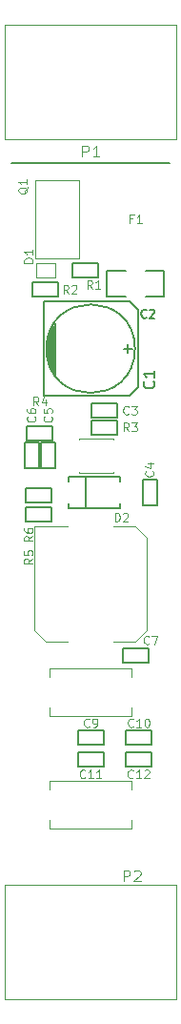
<source format=gbr>
G04 #@! TF.GenerationSoftware,KiCad,Pcbnew,5.0.2*
G04 #@! TF.CreationDate,2020-03-26T08:27:29+01:00*
G04 #@! TF.ProjectId,cowdin-dcdc,636f7764-696e-42d6-9463-64632e6b6963,1*
G04 #@! TF.SameCoordinates,Original*
G04 #@! TF.FileFunction,Legend,Top*
G04 #@! TF.FilePolarity,Positive*
%FSLAX46Y46*%
G04 Gerber Fmt 4.6, Leading zero omitted, Abs format (unit mm)*
G04 Created by KiCad (PCBNEW 5.0.2) date jeu. 26 mars 2020 08:27:29 CET*
%MOMM*%
%LPD*%
G01*
G04 APERTURE LIST*
%ADD10C,0.150000*%
%ADD11C,0.101600*%
%ADD12C,0.050800*%
%ADD13C,0.127000*%
%ADD14C,0.076200*%
G04 APERTURE END LIST*
D10*
X141500000Y-74000000D02*
X155500000Y-74000000D01*
D11*
G04 #@! TO.C,P1*
X140880000Y-71910000D02*
X156120000Y-71910000D01*
X140880000Y-61750000D02*
X156120000Y-61750000D01*
X140880000Y-71910000D02*
X140880000Y-61750000D01*
X156120000Y-61750000D02*
X156120000Y-71910000D01*
G04 #@! TO.C,P2*
X156120000Y-138090000D02*
X156120000Y-148250000D01*
X140880000Y-148250000D02*
X140880000Y-138090000D01*
X140880000Y-138090000D02*
X156120000Y-138090000D01*
X140880000Y-148250000D02*
X156120000Y-148250000D01*
D12*
G04 #@! TO.C,U1*
X147496320Y-101503680D02*
X147496320Y-101432560D01*
X147496320Y-101503680D02*
X150503680Y-101503680D01*
X150503680Y-101503680D02*
X150503680Y-101432560D01*
X147496320Y-98496320D02*
X147496320Y-98567440D01*
X147496320Y-98496320D02*
X150503680Y-98496320D01*
X150503680Y-98496320D02*
X150503680Y-98567440D01*
D10*
G04 #@! TO.C,D2*
X146550000Y-104650000D02*
X146550000Y-104250000D01*
X151150000Y-102250000D02*
X151150000Y-101850000D01*
X148050000Y-104650000D02*
X148050000Y-101850000D01*
X146550000Y-104650000D02*
X151150000Y-104650000D01*
X151150000Y-104650000D02*
X151150000Y-104250000D01*
X151150000Y-101850000D02*
X146550000Y-101850000D01*
X146550000Y-101850000D02*
X146550000Y-102250000D01*
D12*
G04 #@! TO.C,L1*
X143496200Y-106309680D02*
X143496200Y-115509560D01*
X144496960Y-116510320D02*
X146437520Y-116510320D01*
X144496960Y-116510320D02*
X143496200Y-115509560D01*
X152503040Y-116510320D02*
X150562480Y-116510320D01*
X153503800Y-115509560D02*
X153503800Y-107310440D01*
X152503040Y-116510320D02*
X153503800Y-115509560D01*
X152503040Y-106309680D02*
X150562480Y-106309680D01*
X152503040Y-106309680D02*
X153503800Y-107310440D01*
X143496200Y-106309680D02*
X146437520Y-106309680D01*
D13*
G04 #@! TO.C,R1*
X149143000Y-82865000D02*
X149143000Y-84135000D01*
X146857000Y-82865000D02*
X149143000Y-82865000D01*
X146857000Y-84135000D02*
X146857000Y-82865000D01*
X149143000Y-84135000D02*
X146857000Y-84135000D01*
G04 #@! TO.C,R2*
X145643000Y-85885000D02*
X143357000Y-85885000D01*
X143357000Y-85885000D02*
X143357000Y-84615000D01*
X143357000Y-84615000D02*
X145643000Y-84615000D01*
X145643000Y-84615000D02*
X145643000Y-85885000D01*
G04 #@! TO.C,R3*
X150893000Y-98135000D02*
X148607000Y-98135000D01*
X148607000Y-98135000D02*
X148607000Y-96865000D01*
X148607000Y-96865000D02*
X150893000Y-96865000D01*
X150893000Y-96865000D02*
X150893000Y-98135000D01*
D11*
G04 #@! TO.C,Q1*
X143544200Y-82505200D02*
X143544200Y-75494800D01*
X143544200Y-75494800D02*
X147455800Y-75494800D01*
X147455800Y-75494800D02*
X147455800Y-82505200D01*
X147455800Y-82505200D02*
X143544200Y-82505200D01*
G04 #@! TO.C,D1*
X143636400Y-82865000D02*
X145363600Y-82865000D01*
X145363600Y-82865000D02*
X145363600Y-84135000D01*
X145363600Y-84135000D02*
X143636400Y-84135000D01*
X143636400Y-84135000D02*
X143636400Y-82865000D01*
D10*
G04 #@! TO.C,C1*
X144690000Y-89484000D02*
X144690000Y-91516000D01*
X144817000Y-91897000D02*
X144817000Y-89103000D01*
X144944000Y-88849000D02*
X144944000Y-92151000D01*
X145071000Y-92405000D02*
X145071000Y-88595000D01*
X145198000Y-92532000D02*
X145198000Y-88468000D01*
X145325000Y-88214000D02*
X145325000Y-92786000D01*
X144309000Y-86309000D02*
X144309000Y-94691000D01*
X144309000Y-94691000D02*
X151929000Y-94691000D01*
X151929000Y-94691000D02*
X152691000Y-93929000D01*
X152691000Y-93929000D02*
X152691000Y-87071000D01*
X152691000Y-87071000D02*
X151929000Y-86309000D01*
X151929000Y-86309000D02*
X144309000Y-86309000D01*
X152183000Y-90500000D02*
X151421000Y-90500000D01*
X151802000Y-90119000D02*
X151802000Y-90881000D01*
X152437000Y-90500000D02*
G75*
G03X152437000Y-90500000I-3937000J0D01*
G01*
D13*
G04 #@! TO.C,C2*
X149960000Y-83607000D02*
X149960000Y-85893000D01*
X149960000Y-85893000D02*
X151611000Y-85893000D01*
X153389000Y-83607000D02*
X155040000Y-83607000D01*
X155040000Y-83607000D02*
X155040000Y-85893000D01*
X155040000Y-85893000D02*
X153389000Y-85893000D01*
X151611000Y-83607000D02*
X149960000Y-83607000D01*
G04 #@! TO.C,C3*
X150893000Y-96635000D02*
X148607000Y-96635000D01*
X148607000Y-96635000D02*
X148607000Y-95365000D01*
X148607000Y-95365000D02*
X150893000Y-95365000D01*
X150893000Y-95365000D02*
X150893000Y-96635000D01*
G04 #@! TO.C,C4*
X153115000Y-102107000D02*
X154385000Y-102107000D01*
X153115000Y-104393000D02*
X153115000Y-102107000D01*
X154385000Y-104393000D02*
X153115000Y-104393000D01*
X154385000Y-102107000D02*
X154385000Y-104393000D01*
G04 #@! TO.C,C5*
X145385000Y-98857000D02*
X145385000Y-101143000D01*
X145385000Y-101143000D02*
X144115000Y-101143000D01*
X144115000Y-101143000D02*
X144115000Y-98857000D01*
X144115000Y-98857000D02*
X145385000Y-98857000D01*
G04 #@! TO.C,C6*
X142615000Y-98857000D02*
X143885000Y-98857000D01*
X142615000Y-101143000D02*
X142615000Y-98857000D01*
X143885000Y-101143000D02*
X142615000Y-101143000D01*
X143885000Y-98857000D02*
X143885000Y-101143000D01*
G04 #@! TO.C,R4*
X145143000Y-98635000D02*
X142857000Y-98635000D01*
X142857000Y-98635000D02*
X142857000Y-97365000D01*
X142857000Y-97365000D02*
X145143000Y-97365000D01*
X145143000Y-97365000D02*
X145143000Y-98635000D01*
G04 #@! TO.C,R5*
X144993000Y-104615000D02*
X144993000Y-105885000D01*
X142707000Y-104615000D02*
X144993000Y-104615000D01*
X142707000Y-105885000D02*
X142707000Y-104615000D01*
X144993000Y-105885000D02*
X142707000Y-105885000D01*
G04 #@! TO.C,R6*
X144993000Y-104135000D02*
X142707000Y-104135000D01*
X142707000Y-104135000D02*
X142707000Y-102865000D01*
X142707000Y-102865000D02*
X144993000Y-102865000D01*
X144993000Y-102865000D02*
X144993000Y-104135000D01*
G04 #@! TO.C,C7*
X151357000Y-118385000D02*
X151357000Y-117115000D01*
X153643000Y-118385000D02*
X151357000Y-118385000D01*
X153643000Y-117115000D02*
X153643000Y-118385000D01*
X151357000Y-117115000D02*
X153643000Y-117115000D01*
D11*
G04 #@! TO.C,C8*
X144850000Y-118850000D02*
X144850000Y-119650000D01*
X152150000Y-118850000D02*
X152150000Y-119650000D01*
X144850000Y-123150000D02*
X144850000Y-122350000D01*
X152150000Y-123150000D02*
X152150000Y-122350000D01*
X144850000Y-118850000D02*
X152150000Y-118850000D01*
X152150000Y-123150000D02*
X144850000Y-123150000D01*
D13*
G04 #@! TO.C,C9*
X149643000Y-125635000D02*
X147357000Y-125635000D01*
X147357000Y-125635000D02*
X147357000Y-124365000D01*
X147357000Y-124365000D02*
X149643000Y-124365000D01*
X149643000Y-124365000D02*
X149643000Y-125635000D01*
G04 #@! TO.C,C10*
X151617000Y-124365000D02*
X153903000Y-124365000D01*
X153903000Y-124365000D02*
X153903000Y-125635000D01*
X153903000Y-125635000D02*
X151617000Y-125635000D01*
X151617000Y-125635000D02*
X151617000Y-124365000D01*
G04 #@! TO.C,C11*
X149643000Y-126365000D02*
X149643000Y-127635000D01*
X147357000Y-126365000D02*
X149643000Y-126365000D01*
X147357000Y-127635000D02*
X147357000Y-126365000D01*
X149643000Y-127635000D02*
X147357000Y-127635000D01*
G04 #@! TO.C,C12*
X151607000Y-126365000D02*
X153893000Y-126365000D01*
X153893000Y-126365000D02*
X153893000Y-127635000D01*
X153893000Y-127635000D02*
X151607000Y-127635000D01*
X151607000Y-127635000D02*
X151607000Y-126365000D01*
D11*
G04 #@! TO.C,C13*
X144850000Y-128850000D02*
X144850000Y-129650000D01*
X152150000Y-128850000D02*
X152150000Y-129650000D01*
X144850000Y-133150000D02*
X144850000Y-132350000D01*
X152150000Y-133150000D02*
X152150000Y-132350000D01*
X144850000Y-128850000D02*
X152150000Y-128850000D01*
X152150000Y-133150000D02*
X144850000Y-133150000D01*
G04 #@! TO.C,P1*
X147761904Y-73452380D02*
X147761904Y-72452380D01*
X148142857Y-72452380D01*
X148238095Y-72500000D01*
X148285714Y-72547619D01*
X148333333Y-72642857D01*
X148333333Y-72785714D01*
X148285714Y-72880952D01*
X148238095Y-72928571D01*
X148142857Y-72976190D01*
X147761904Y-72976190D01*
X149285714Y-73452380D02*
X148714285Y-73452380D01*
X149000000Y-73452380D02*
X149000000Y-72452380D01*
X148904761Y-72595238D01*
X148809523Y-72690476D01*
X148714285Y-72738095D01*
G04 #@! TO.C,P2*
X151411904Y-137802380D02*
X151411904Y-136802380D01*
X151792857Y-136802380D01*
X151888095Y-136850000D01*
X151935714Y-136897619D01*
X151983333Y-136992857D01*
X151983333Y-137135714D01*
X151935714Y-137230952D01*
X151888095Y-137278571D01*
X151792857Y-137326190D01*
X151411904Y-137326190D01*
X152364285Y-136897619D02*
X152411904Y-136850000D01*
X152507142Y-136802380D01*
X152745238Y-136802380D01*
X152840476Y-136850000D01*
X152888095Y-136897619D01*
X152935714Y-136992857D01*
X152935714Y-137088095D01*
X152888095Y-137230952D01*
X152316666Y-137802380D01*
X152935714Y-137802380D01*
G04 #@! TO.C,D2*
X150657571Y-105834714D02*
X150657571Y-105072714D01*
X150839000Y-105072714D01*
X150947857Y-105109000D01*
X151020428Y-105181571D01*
X151056714Y-105254142D01*
X151093000Y-105399285D01*
X151093000Y-105508142D01*
X151056714Y-105653285D01*
X151020428Y-105725857D01*
X150947857Y-105798428D01*
X150839000Y-105834714D01*
X150657571Y-105834714D01*
X151383285Y-105145285D02*
X151419571Y-105109000D01*
X151492142Y-105072714D01*
X151673571Y-105072714D01*
X151746142Y-105109000D01*
X151782428Y-105145285D01*
X151818714Y-105217857D01*
X151818714Y-105290428D01*
X151782428Y-105399285D01*
X151347000Y-105834714D01*
X151818714Y-105834714D01*
G04 #@! TO.C,F1*
D14*
X152246000Y-78945571D02*
X151992000Y-78945571D01*
X151992000Y-79344714D02*
X151992000Y-78582714D01*
X152354857Y-78582714D01*
X153044285Y-79344714D02*
X152608857Y-79344714D01*
X152826571Y-79344714D02*
X152826571Y-78582714D01*
X152754000Y-78691571D01*
X152681428Y-78764142D01*
X152608857Y-78800428D01*
G04 #@! TO.C,R1*
D11*
X148643000Y-85174714D02*
X148389000Y-84811857D01*
X148207571Y-85174714D02*
X148207571Y-84412714D01*
X148497857Y-84412714D01*
X148570428Y-84449000D01*
X148606714Y-84485285D01*
X148643000Y-84557857D01*
X148643000Y-84666714D01*
X148606714Y-84739285D01*
X148570428Y-84775571D01*
X148497857Y-84811857D01*
X148207571Y-84811857D01*
X149368714Y-85174714D02*
X148933285Y-85174714D01*
X149151000Y-85174714D02*
X149151000Y-84412714D01*
X149078428Y-84521571D01*
X149005857Y-84594142D01*
X148933285Y-84630428D01*
G04 #@! TO.C,R2*
X146523000Y-85594714D02*
X146269000Y-85231857D01*
X146087571Y-85594714D02*
X146087571Y-84832714D01*
X146377857Y-84832714D01*
X146450428Y-84869000D01*
X146486714Y-84905285D01*
X146523000Y-84977857D01*
X146523000Y-85086714D01*
X146486714Y-85159285D01*
X146450428Y-85195571D01*
X146377857Y-85231857D01*
X146087571Y-85231857D01*
X146813285Y-84905285D02*
X146849571Y-84869000D01*
X146922142Y-84832714D01*
X147103571Y-84832714D01*
X147176142Y-84869000D01*
X147212428Y-84905285D01*
X147248714Y-84977857D01*
X147248714Y-85050428D01*
X147212428Y-85159285D01*
X146777000Y-85594714D01*
X147248714Y-85594714D01*
G04 #@! TO.C,R3*
X151873000Y-97844714D02*
X151619000Y-97481857D01*
X151437571Y-97844714D02*
X151437571Y-97082714D01*
X151727857Y-97082714D01*
X151800428Y-97119000D01*
X151836714Y-97155285D01*
X151873000Y-97227857D01*
X151873000Y-97336714D01*
X151836714Y-97409285D01*
X151800428Y-97445571D01*
X151727857Y-97481857D01*
X151437571Y-97481857D01*
X152127000Y-97082714D02*
X152598714Y-97082714D01*
X152344714Y-97373000D01*
X152453571Y-97373000D01*
X152526142Y-97409285D01*
X152562428Y-97445571D01*
X152598714Y-97518142D01*
X152598714Y-97699571D01*
X152562428Y-97772142D01*
X152526142Y-97808428D01*
X152453571Y-97844714D01*
X152235857Y-97844714D01*
X152163285Y-97808428D01*
X152127000Y-97772142D01*
G04 #@! TO.C,Q1*
X142907285Y-76142571D02*
X142871000Y-76215142D01*
X142798428Y-76287714D01*
X142689571Y-76396571D01*
X142653285Y-76469142D01*
X142653285Y-76541714D01*
X142834714Y-76505428D02*
X142798428Y-76578000D01*
X142725857Y-76650571D01*
X142580714Y-76686857D01*
X142326714Y-76686857D01*
X142181571Y-76650571D01*
X142109000Y-76578000D01*
X142072714Y-76505428D01*
X142072714Y-76360285D01*
X142109000Y-76287714D01*
X142181571Y-76215142D01*
X142326714Y-76178857D01*
X142580714Y-76178857D01*
X142725857Y-76215142D01*
X142798428Y-76287714D01*
X142834714Y-76360285D01*
X142834714Y-76505428D01*
X142834714Y-75453142D02*
X142834714Y-75888571D01*
X142834714Y-75670857D02*
X142072714Y-75670857D01*
X142181571Y-75743428D01*
X142254142Y-75816000D01*
X142290428Y-75888571D01*
G04 #@! TO.C,D1*
X143354714Y-82862428D02*
X142592714Y-82862428D01*
X142592714Y-82681000D01*
X142629000Y-82572142D01*
X142701571Y-82499571D01*
X142774142Y-82463285D01*
X142919285Y-82427000D01*
X143028142Y-82427000D01*
X143173285Y-82463285D01*
X143245857Y-82499571D01*
X143318428Y-82572142D01*
X143354714Y-82681000D01*
X143354714Y-82862428D01*
X143354714Y-81701285D02*
X143354714Y-82136714D01*
X143354714Y-81919000D02*
X142592714Y-81919000D01*
X142701571Y-81991571D01*
X142774142Y-82064142D01*
X142810428Y-82136714D01*
G04 #@! TO.C,C1*
D10*
X154107142Y-93416666D02*
X154154761Y-93464285D01*
X154202380Y-93607142D01*
X154202380Y-93702380D01*
X154154761Y-93845238D01*
X154059523Y-93940476D01*
X153964285Y-93988095D01*
X153773809Y-94035714D01*
X153630952Y-94035714D01*
X153440476Y-93988095D01*
X153345238Y-93940476D01*
X153250000Y-93845238D01*
X153202380Y-93702380D01*
X153202380Y-93607142D01*
X153250000Y-93464285D01*
X153297619Y-93416666D01*
X154202380Y-92464285D02*
X154202380Y-93035714D01*
X154202380Y-92750000D02*
X153202380Y-92750000D01*
X153345238Y-92845238D01*
X153440476Y-92940476D01*
X153488095Y-93035714D01*
G04 #@! TO.C,C2*
D13*
X153473000Y-87702142D02*
X153436714Y-87738428D01*
X153327857Y-87774714D01*
X153255285Y-87774714D01*
X153146428Y-87738428D01*
X153073857Y-87665857D01*
X153037571Y-87593285D01*
X153001285Y-87448142D01*
X153001285Y-87339285D01*
X153037571Y-87194142D01*
X153073857Y-87121571D01*
X153146428Y-87049000D01*
X153255285Y-87012714D01*
X153327857Y-87012714D01*
X153436714Y-87049000D01*
X153473000Y-87085285D01*
X153763285Y-87085285D02*
X153799571Y-87049000D01*
X153872142Y-87012714D01*
X154053571Y-87012714D01*
X154126142Y-87049000D01*
X154162428Y-87085285D01*
X154198714Y-87157857D01*
X154198714Y-87230428D01*
X154162428Y-87339285D01*
X153727000Y-87774714D01*
X154198714Y-87774714D01*
G04 #@! TO.C,C3*
D11*
X151873000Y-96272142D02*
X151836714Y-96308428D01*
X151727857Y-96344714D01*
X151655285Y-96344714D01*
X151546428Y-96308428D01*
X151473857Y-96235857D01*
X151437571Y-96163285D01*
X151401285Y-96018142D01*
X151401285Y-95909285D01*
X151437571Y-95764142D01*
X151473857Y-95691571D01*
X151546428Y-95619000D01*
X151655285Y-95582714D01*
X151727857Y-95582714D01*
X151836714Y-95619000D01*
X151873000Y-95655285D01*
X152127000Y-95582714D02*
X152598714Y-95582714D01*
X152344714Y-95873000D01*
X152453571Y-95873000D01*
X152526142Y-95909285D01*
X152562428Y-95945571D01*
X152598714Y-96018142D01*
X152598714Y-96199571D01*
X152562428Y-96272142D01*
X152526142Y-96308428D01*
X152453571Y-96344714D01*
X152235857Y-96344714D01*
X152163285Y-96308428D01*
X152127000Y-96272142D01*
G04 #@! TO.C,C4*
X154022142Y-101377000D02*
X154058428Y-101413285D01*
X154094714Y-101522142D01*
X154094714Y-101594714D01*
X154058428Y-101703571D01*
X153985857Y-101776142D01*
X153913285Y-101812428D01*
X153768142Y-101848714D01*
X153659285Y-101848714D01*
X153514142Y-101812428D01*
X153441571Y-101776142D01*
X153369000Y-101703571D01*
X153332714Y-101594714D01*
X153332714Y-101522142D01*
X153369000Y-101413285D01*
X153405285Y-101377000D01*
X153586714Y-100723857D02*
X154094714Y-100723857D01*
X153296428Y-100905285D02*
X153840714Y-101086714D01*
X153840714Y-100615000D01*
G04 #@! TO.C,C5*
X145022142Y-96527000D02*
X145058428Y-96563285D01*
X145094714Y-96672142D01*
X145094714Y-96744714D01*
X145058428Y-96853571D01*
X144985857Y-96926142D01*
X144913285Y-96962428D01*
X144768142Y-96998714D01*
X144659285Y-96998714D01*
X144514142Y-96962428D01*
X144441571Y-96926142D01*
X144369000Y-96853571D01*
X144332714Y-96744714D01*
X144332714Y-96672142D01*
X144369000Y-96563285D01*
X144405285Y-96527000D01*
X144332714Y-95837571D02*
X144332714Y-96200428D01*
X144695571Y-96236714D01*
X144659285Y-96200428D01*
X144623000Y-96127857D01*
X144623000Y-95946428D01*
X144659285Y-95873857D01*
X144695571Y-95837571D01*
X144768142Y-95801285D01*
X144949571Y-95801285D01*
X145022142Y-95837571D01*
X145058428Y-95873857D01*
X145094714Y-95946428D01*
X145094714Y-96127857D01*
X145058428Y-96200428D01*
X145022142Y-96236714D01*
G04 #@! TO.C,C6*
X143522142Y-96527000D02*
X143558428Y-96563285D01*
X143594714Y-96672142D01*
X143594714Y-96744714D01*
X143558428Y-96853571D01*
X143485857Y-96926142D01*
X143413285Y-96962428D01*
X143268142Y-96998714D01*
X143159285Y-96998714D01*
X143014142Y-96962428D01*
X142941571Y-96926142D01*
X142869000Y-96853571D01*
X142832714Y-96744714D01*
X142832714Y-96672142D01*
X142869000Y-96563285D01*
X142905285Y-96527000D01*
X142832714Y-95873857D02*
X142832714Y-96019000D01*
X142869000Y-96091571D01*
X142905285Y-96127857D01*
X143014142Y-96200428D01*
X143159285Y-96236714D01*
X143449571Y-96236714D01*
X143522142Y-96200428D01*
X143558428Y-96164142D01*
X143594714Y-96091571D01*
X143594714Y-95946428D01*
X143558428Y-95873857D01*
X143522142Y-95837571D01*
X143449571Y-95801285D01*
X143268142Y-95801285D01*
X143195571Y-95837571D01*
X143159285Y-95873857D01*
X143123000Y-95946428D01*
X143123000Y-96091571D01*
X143159285Y-96164142D01*
X143195571Y-96200428D01*
X143268142Y-96236714D01*
G04 #@! TO.C,R4*
X143873000Y-95544714D02*
X143619000Y-95181857D01*
X143437571Y-95544714D02*
X143437571Y-94782714D01*
X143727857Y-94782714D01*
X143800428Y-94819000D01*
X143836714Y-94855285D01*
X143873000Y-94927857D01*
X143873000Y-95036714D01*
X143836714Y-95109285D01*
X143800428Y-95145571D01*
X143727857Y-95181857D01*
X143437571Y-95181857D01*
X144526142Y-95036714D02*
X144526142Y-95544714D01*
X144344714Y-94746428D02*
X144163285Y-95290714D01*
X144635000Y-95290714D01*
G04 #@! TO.C,R5*
X143344714Y-109127000D02*
X142981857Y-109381000D01*
X143344714Y-109562428D02*
X142582714Y-109562428D01*
X142582714Y-109272142D01*
X142619000Y-109199571D01*
X142655285Y-109163285D01*
X142727857Y-109127000D01*
X142836714Y-109127000D01*
X142909285Y-109163285D01*
X142945571Y-109199571D01*
X142981857Y-109272142D01*
X142981857Y-109562428D01*
X142582714Y-108437571D02*
X142582714Y-108800428D01*
X142945571Y-108836714D01*
X142909285Y-108800428D01*
X142873000Y-108727857D01*
X142873000Y-108546428D01*
X142909285Y-108473857D01*
X142945571Y-108437571D01*
X143018142Y-108401285D01*
X143199571Y-108401285D01*
X143272142Y-108437571D01*
X143308428Y-108473857D01*
X143344714Y-108546428D01*
X143344714Y-108727857D01*
X143308428Y-108800428D01*
X143272142Y-108836714D01*
G04 #@! TO.C,R6*
X143344714Y-107127000D02*
X142981857Y-107381000D01*
X143344714Y-107562428D02*
X142582714Y-107562428D01*
X142582714Y-107272142D01*
X142619000Y-107199571D01*
X142655285Y-107163285D01*
X142727857Y-107127000D01*
X142836714Y-107127000D01*
X142909285Y-107163285D01*
X142945571Y-107199571D01*
X142981857Y-107272142D01*
X142981857Y-107562428D01*
X142582714Y-106473857D02*
X142582714Y-106619000D01*
X142619000Y-106691571D01*
X142655285Y-106727857D01*
X142764142Y-106800428D01*
X142909285Y-106836714D01*
X143199571Y-106836714D01*
X143272142Y-106800428D01*
X143308428Y-106764142D01*
X143344714Y-106691571D01*
X143344714Y-106546428D01*
X143308428Y-106473857D01*
X143272142Y-106437571D01*
X143199571Y-106401285D01*
X143018142Y-106401285D01*
X142945571Y-106437571D01*
X142909285Y-106473857D01*
X142873000Y-106546428D01*
X142873000Y-106691571D01*
X142909285Y-106764142D01*
X142945571Y-106800428D01*
X143018142Y-106836714D01*
G04 #@! TO.C,C7*
X153693000Y-116672142D02*
X153656714Y-116708428D01*
X153547857Y-116744714D01*
X153475285Y-116744714D01*
X153366428Y-116708428D01*
X153293857Y-116635857D01*
X153257571Y-116563285D01*
X153221285Y-116418142D01*
X153221285Y-116309285D01*
X153257571Y-116164142D01*
X153293857Y-116091571D01*
X153366428Y-116019000D01*
X153475285Y-115982714D01*
X153547857Y-115982714D01*
X153656714Y-116019000D01*
X153693000Y-116055285D01*
X153947000Y-115982714D02*
X154455000Y-115982714D01*
X154128428Y-116744714D01*
G04 #@! TO.C,C9*
X148373000Y-124022142D02*
X148336714Y-124058428D01*
X148227857Y-124094714D01*
X148155285Y-124094714D01*
X148046428Y-124058428D01*
X147973857Y-123985857D01*
X147937571Y-123913285D01*
X147901285Y-123768142D01*
X147901285Y-123659285D01*
X147937571Y-123514142D01*
X147973857Y-123441571D01*
X148046428Y-123369000D01*
X148155285Y-123332714D01*
X148227857Y-123332714D01*
X148336714Y-123369000D01*
X148373000Y-123405285D01*
X148735857Y-124094714D02*
X148881000Y-124094714D01*
X148953571Y-124058428D01*
X148989857Y-124022142D01*
X149062428Y-123913285D01*
X149098714Y-123768142D01*
X149098714Y-123477857D01*
X149062428Y-123405285D01*
X149026142Y-123369000D01*
X148953571Y-123332714D01*
X148808428Y-123332714D01*
X148735857Y-123369000D01*
X148699571Y-123405285D01*
X148663285Y-123477857D01*
X148663285Y-123659285D01*
X148699571Y-123731857D01*
X148735857Y-123768142D01*
X148808428Y-123804428D01*
X148953571Y-123804428D01*
X149026142Y-123768142D01*
X149062428Y-123731857D01*
X149098714Y-123659285D01*
G04 #@! TO.C,C10*
X152270142Y-124022142D02*
X152233857Y-124058428D01*
X152125000Y-124094714D01*
X152052428Y-124094714D01*
X151943571Y-124058428D01*
X151871000Y-123985857D01*
X151834714Y-123913285D01*
X151798428Y-123768142D01*
X151798428Y-123659285D01*
X151834714Y-123514142D01*
X151871000Y-123441571D01*
X151943571Y-123369000D01*
X152052428Y-123332714D01*
X152125000Y-123332714D01*
X152233857Y-123369000D01*
X152270142Y-123405285D01*
X152995857Y-124094714D02*
X152560428Y-124094714D01*
X152778142Y-124094714D02*
X152778142Y-123332714D01*
X152705571Y-123441571D01*
X152633000Y-123514142D01*
X152560428Y-123550428D01*
X153467571Y-123332714D02*
X153540142Y-123332714D01*
X153612714Y-123369000D01*
X153649000Y-123405285D01*
X153685285Y-123477857D01*
X153721571Y-123623000D01*
X153721571Y-123804428D01*
X153685285Y-123949571D01*
X153649000Y-124022142D01*
X153612714Y-124058428D01*
X153540142Y-124094714D01*
X153467571Y-124094714D01*
X153395000Y-124058428D01*
X153358714Y-124022142D01*
X153322428Y-123949571D01*
X153286142Y-123804428D01*
X153286142Y-123623000D01*
X153322428Y-123477857D01*
X153358714Y-123405285D01*
X153395000Y-123369000D01*
X153467571Y-123332714D01*
G04 #@! TO.C,C11*
X148010142Y-128572142D02*
X147973857Y-128608428D01*
X147865000Y-128644714D01*
X147792428Y-128644714D01*
X147683571Y-128608428D01*
X147611000Y-128535857D01*
X147574714Y-128463285D01*
X147538428Y-128318142D01*
X147538428Y-128209285D01*
X147574714Y-128064142D01*
X147611000Y-127991571D01*
X147683571Y-127919000D01*
X147792428Y-127882714D01*
X147865000Y-127882714D01*
X147973857Y-127919000D01*
X148010142Y-127955285D01*
X148735857Y-128644714D02*
X148300428Y-128644714D01*
X148518142Y-128644714D02*
X148518142Y-127882714D01*
X148445571Y-127991571D01*
X148373000Y-128064142D01*
X148300428Y-128100428D01*
X149461571Y-128644714D02*
X149026142Y-128644714D01*
X149243857Y-128644714D02*
X149243857Y-127882714D01*
X149171285Y-127991571D01*
X149098714Y-128064142D01*
X149026142Y-128100428D01*
G04 #@! TO.C,C12*
X152260142Y-128572142D02*
X152223857Y-128608428D01*
X152115000Y-128644714D01*
X152042428Y-128644714D01*
X151933571Y-128608428D01*
X151861000Y-128535857D01*
X151824714Y-128463285D01*
X151788428Y-128318142D01*
X151788428Y-128209285D01*
X151824714Y-128064142D01*
X151861000Y-127991571D01*
X151933571Y-127919000D01*
X152042428Y-127882714D01*
X152115000Y-127882714D01*
X152223857Y-127919000D01*
X152260142Y-127955285D01*
X152985857Y-128644714D02*
X152550428Y-128644714D01*
X152768142Y-128644714D02*
X152768142Y-127882714D01*
X152695571Y-127991571D01*
X152623000Y-128064142D01*
X152550428Y-128100428D01*
X153276142Y-127955285D02*
X153312428Y-127919000D01*
X153385000Y-127882714D01*
X153566428Y-127882714D01*
X153639000Y-127919000D01*
X153675285Y-127955285D01*
X153711571Y-128027857D01*
X153711571Y-128100428D01*
X153675285Y-128209285D01*
X153239857Y-128644714D01*
X153711571Y-128644714D01*
G04 #@! TD*
M02*

</source>
